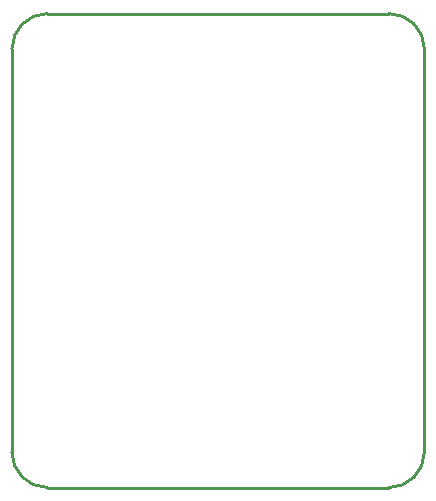
<source format=gko>
G04 Layer: BoardOutlineLayer*
G04 EasyEDA Pro v2.2.32.3, 2024-12-21 19:23:06*
G04 Gerber Generator version 0.3*
G04 Scale: 100 percent, Rotated: No, Reflected: No*
G04 Dimensions in millimeters*
G04 Leading zeros omitted, absolute positions, 3 integers and 5 decimals*
%FSLAX35Y35*%
%MOMM*%
%ADD10C,0.254*%
G75*


G04 Rect Start*
G54D10*
G01X3822700Y-6888200D02*
G01X3822700Y-3475000D01*
G02X4122700Y-3175000I300000J0D01*
G01X7015200Y-3175000D01*
G02X7315200Y-3475000I0J-300000D01*
G01X7315200Y-6888200D01*
G02X7015200Y-7188200I-300000J0D01*
G01X4122700Y-7188200D01*
G02X3822700Y-6888200I0J300000D01*
G04 Rect End*

M02*


</source>
